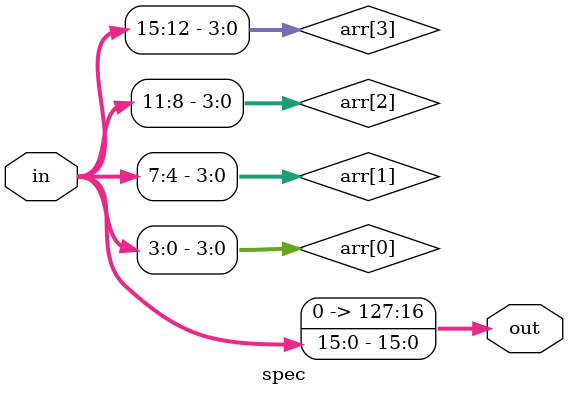
<source format=sv>


module spec (input logic [127:0] in,
	     output logic [127:0] out);


   logic [3:0] 			  arr [3:0];


   generate
      genvar 			  i, j;
      for (i=0; i<4; i++) begin: array_i
	 always_comb begin
	    arr[i] = in[4*i+3 : 4*i];
	 end
      end
      for (j=0; j<4; j++) begin: array_j
	 always_comb begin
	    out[4*j+3 : 4*j] = arr[j];
	 end
      end
   endgenerate

   assign out[127:16] = '0;
   
   
   // always_comb begin
   //    int j;
   //    for (j=0; j<4; j++) begin
   // 	 out[4*j+3 : 4*j] = arr[j];
   //    end
   // end
   
endmodule


</source>
